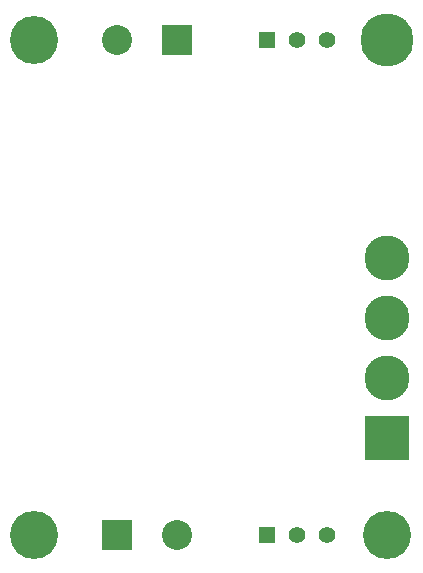
<source format=gbs>
G04 (created by PCBNEW (2013-may-18)-stable) date Wed 03 Jun 2015 10:45:29 PM CEST*
%MOIN*%
G04 Gerber Fmt 3.4, Leading zero omitted, Abs format*
%FSLAX34Y34*%
G01*
G70*
G90*
G04 APERTURE LIST*
%ADD10C,0.00590551*%
%ADD11R,0.055X0.055*%
%ADD12C,0.055*%
%ADD13C,0.15*%
%ADD14R,0.15X0.15*%
%ADD15R,0.1X0.1*%
%ADD16C,0.1*%
%ADD17C,0.177165*%
%ADD18C,0.16*%
G04 APERTURE END LIST*
G54D10*
G54D11*
X9250Y-1500D03*
G54D12*
X10250Y-1500D03*
X11250Y-1500D03*
G54D13*
X13250Y-12750D03*
X13250Y-10750D03*
G54D14*
X13250Y-14750D03*
G54D13*
X13250Y-8750D03*
G54D15*
X4250Y-18000D03*
G54D16*
X6250Y-18000D03*
G54D15*
X6250Y-1500D03*
G54D16*
X4250Y-1500D03*
G54D11*
X9250Y-18000D03*
G54D12*
X10250Y-18000D03*
X11250Y-18000D03*
G54D17*
X13250Y-1500D03*
G54D18*
X13250Y-18000D03*
X1500Y-18000D03*
X1500Y-1500D03*
M02*

</source>
